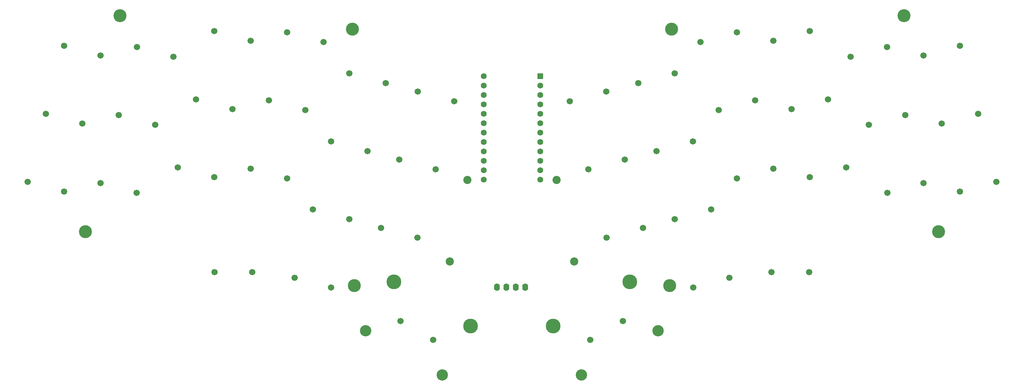
<source format=gts>
G04 #@! TF.GenerationSoftware,KiCad,Pcbnew,8.0.4*
G04 #@! TF.CreationDate,2024-08-16T14:11:01+09:00*
G04 #@! TF.ProjectId,TrueStrike42,54727565-5374-4726-996b-6534322e6b69,rev?*
G04 #@! TF.SameCoordinates,Original*
G04 #@! TF.FileFunction,Soldermask,Top*
G04 #@! TF.FilePolarity,Negative*
%FSLAX46Y46*%
G04 Gerber Fmt 4.6, Leading zero omitted, Abs format (unit mm)*
G04 Created by KiCad (PCBNEW 8.0.4) date 2024-08-16 14:11:01*
%MOMM*%
%LPD*%
G01*
G04 APERTURE LIST*
%ADD10C,3.500000*%
%ADD11C,1.701800*%
%ADD12C,2.200000*%
%ADD13O,1.600000X2.000000*%
%ADD14C,3.048000*%
%ADD15C,3.987800*%
%ADD16R,1.600000X1.600000*%
%ADD17C,1.600000*%
G04 APERTURE END LIST*
D10*
X263470818Y-96420395D03*
D11*
X269241867Y-85614221D03*
X279055673Y-82984619D03*
X27746783Y-46182850D03*
X37560589Y-48812452D03*
X259380846Y-48812452D03*
X269194652Y-46182850D03*
D12*
X160470814Y-82420399D03*
D11*
X218411145Y-107320407D03*
X228571145Y-107320407D03*
D12*
X131720817Y-104420397D03*
D10*
X33470817Y-96420393D03*
D11*
X78018944Y-79375257D03*
X87832750Y-82004859D03*
X239747338Y-49142737D03*
X249561144Y-46513135D03*
X244677844Y-67543620D03*
X254491650Y-64914018D03*
X123038219Y-58568122D03*
X132852025Y-61197724D03*
X169019912Y-79598602D03*
X178833718Y-76969000D03*
X37519286Y-83314908D03*
X47333092Y-85944510D03*
D10*
X254170821Y-38120392D03*
X105470816Y-41720394D03*
X191470820Y-41720393D03*
D11*
X187420812Y-74668100D03*
X197234618Y-72038498D03*
D13*
X152059754Y-111397892D03*
X149519756Y-111397887D03*
X146979753Y-111397889D03*
X144439755Y-111397894D03*
D11*
X192351309Y-93068979D03*
X202165115Y-90439377D03*
X89845825Y-108840268D03*
X99659631Y-111469870D03*
X199247691Y-45203085D03*
X209061497Y-42573483D03*
D10*
X105960822Y-111000392D03*
X190980820Y-111000393D03*
D12*
X136470817Y-82420395D03*
X165220816Y-104420391D03*
D11*
X17885773Y-82984637D03*
X27699579Y-85614239D03*
X63315926Y-60644101D03*
X73129732Y-63273703D03*
X104637341Y-53637611D03*
X114451147Y-56267213D03*
X99706827Y-72038494D03*
X109520633Y-74668096D03*
D14*
X187822269Y-123200584D03*
D15*
X180202262Y-110002358D03*
D11*
X178390566Y-120580397D03*
X169591748Y-125660397D03*
D14*
X167145046Y-135138584D03*
D15*
X159525046Y-121940360D03*
D14*
X129696412Y-135138585D03*
D15*
X137316412Y-121940358D03*
D11*
X127249710Y-125660398D03*
X118450892Y-120580398D03*
D15*
X116639190Y-110002356D03*
D14*
X109019187Y-123200585D03*
D11*
X87879930Y-42573472D03*
X97693736Y-45203074D03*
X164089416Y-61197714D03*
X173903222Y-58568112D03*
D10*
X42770818Y-38120397D03*
D11*
X58385440Y-79044976D03*
X68199246Y-81674578D03*
X94776329Y-90439390D03*
X104590135Y-93068992D03*
X223811698Y-63273674D03*
X233625504Y-60644072D03*
X113177217Y-95369884D03*
X122991023Y-97999486D03*
X68270297Y-107320404D03*
X78430297Y-107320404D03*
X218881195Y-44872789D03*
X228695001Y-42243187D03*
X182490298Y-56267206D03*
X192304104Y-53637604D03*
X118107721Y-76969011D03*
X127921527Y-79598613D03*
X228742200Y-81674570D03*
X238556006Y-79044968D03*
X264311351Y-67213343D03*
X274125157Y-64583741D03*
X173950424Y-97999480D03*
X183764230Y-95369878D03*
X197281819Y-111469869D03*
X207095625Y-108840267D03*
X22816279Y-64583745D03*
X32630085Y-67213347D03*
X209108691Y-82004854D03*
X218922497Y-79375252D03*
X42449792Y-64914021D03*
X52263598Y-67543623D03*
X249608344Y-85944507D03*
X259422150Y-83314905D03*
X82949438Y-60974360D03*
X92763244Y-63603962D03*
X47380287Y-46513131D03*
X57194093Y-49142733D03*
X68246427Y-42243197D03*
X78060233Y-44872799D03*
X204178186Y-63603965D03*
X213991992Y-60974363D03*
D16*
X156090817Y-54450402D03*
D17*
X156090816Y-56990398D03*
X156090816Y-59530396D03*
X156090811Y-62070398D03*
X156090815Y-64610397D03*
X156090816Y-67150398D03*
X156090816Y-69690398D03*
X156090816Y-72230398D03*
X156090811Y-74770398D03*
X156090816Y-77310400D03*
X156090816Y-79850398D03*
X156090816Y-82390394D03*
X140850815Y-82390394D03*
X140850816Y-79850398D03*
X140850816Y-77310400D03*
X140850821Y-74770398D03*
X140850817Y-72230399D03*
X140850816Y-69690398D03*
X140850816Y-67150398D03*
X140850816Y-64610398D03*
X140850821Y-62070398D03*
X140850816Y-59530396D03*
X140850816Y-56990398D03*
X140850816Y-54450402D03*
M02*

</source>
